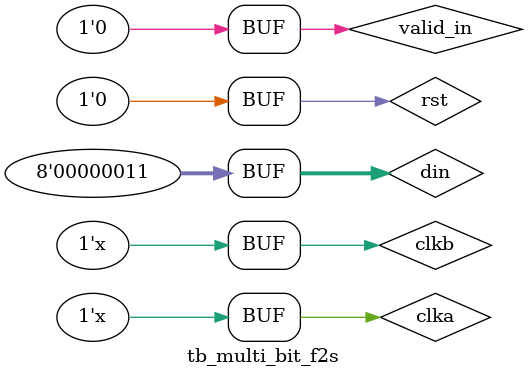
<source format=v>
/*~~~~~~~~~~~~~~~~~~~~~~~~~~~~~~~~~~~~~~~~~~~~~~~~~~~~~~~~~~~~~~~~~~~~~~~~~~~~~~~~~*/ 
/*~~~~~~~~~~~~~~~~~~~~~~~~~~~~~~~~~~~~~~~~~~~~~~~~~~~~~~~~~~~~~~~~~~~~~~~~~~~~~~~~~*/
/* Engineer    : Lqc                                                         
/* File        : tb_multi_bit_f2s.v                                                         
/* Create      : 2022-09-01 11:30:48
/* Revise      : 2022-09-01 11:30:48                                                  
/* Module Name : tb_multi_bit_f2s                                                  
/* Description : 多比特信号跨时钟域快到慢仿真模块                                                                         
/* Editor : sublime text3, tab size (4)                                                                                
/*~~~~~~~~~~~~~~~~~~~~~~~~~~~~~~~~~~~~~~~~~~~~~~~~~~~~~~~~~~~~~~~~~~~~~~~~~~~~~~~~~*/
/*~~~~~~~~~~~~~~~~~~~~~~~~~~~~~~~~~~~~~~~~~~~~~~~~~~~~~~~~~~~~~~~~~~~~~~~~~~~~~~~~~*/

`timescale 1ns/1ps
module tb_multi_bit_f2s();

reg            clka;
reg            clkb;
reg            rst;
reg  [7:0]     din;
reg            valid_in;
wire [7:0]     dout;
wire           valid_out;

initial begin
	clka = 'd1;
	clkb = 'd1;
	rst  = 'd1;
	#50
	rst  = 'd0;
	din  = 'd0;
	valid_in = 'd0;
	#100
	din = 'd1;
	valid_in = 'd1;
	#10
	valid_in = 'd0;
	#200
	din = 'd2;
	valid_in = 'd1;
	#10
	valid_in = 'd0;	
	#200
	din = 'd3;
	valid_in = 'd1;
	#10
	valid_in = 'd0;	
end

always #5 clka = ~clka;
always #16 clkb = ~clkb;

multi_bit_f2s #(
	.DATA_WIDTH('d8)
) inst_multi_bit_f2s (
	.clka      (clka),
	.clkb      (clkb),
	.rst       (rst),
	.din       (din),
	.valid_in  (valid_in),
	.dout      (dout),
	.valid_out (valid_out)
);


endmodule
</source>
